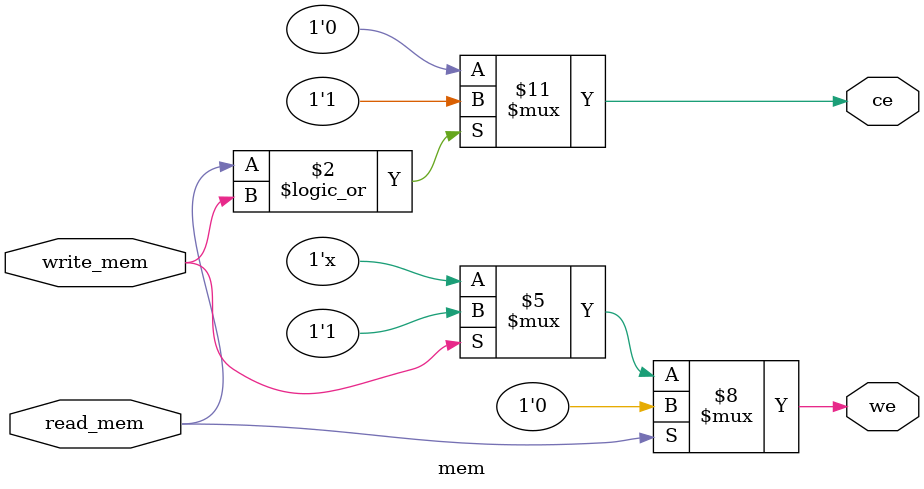
<source format=v>
module mem(
  
  input wire  read_mem,
  input wire  write_mem,
  output reg  ce,
  output reg  we

);
  
  always@ *
  if(read_mem || write_mem)
    ce <= 1'b1;
  else
    ce <= 1'b0;
  
  always@ *
  if(read_mem)
    we <= 1'b0;
  else if(write_mem)
    we <= 1'b1;
  else
    we <= 1'bz;
endmodule
</source>
